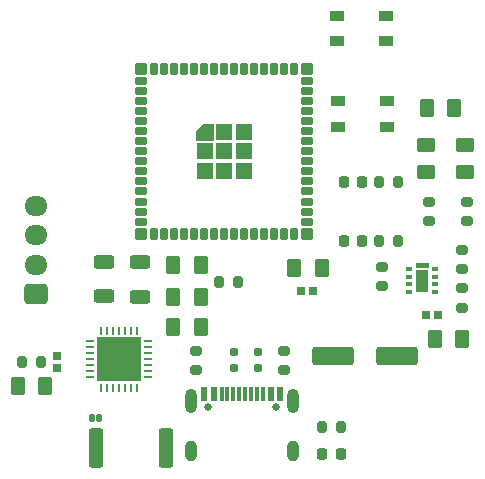
<source format=gts>
G04 #@! TF.GenerationSoftware,KiCad,Pcbnew,7.0.6*
G04 #@! TF.CreationDate,2025-03-25T12:27:29+01:00*
G04 #@! TF.ProjectId,Stepper ESP,53746570-7065-4722-9045-53502e6b6963,rev?*
G04 #@! TF.SameCoordinates,Original*
G04 #@! TF.FileFunction,Soldermask,Top*
G04 #@! TF.FilePolarity,Negative*
%FSLAX46Y46*%
G04 Gerber Fmt 4.6, Leading zero omitted, Abs format (unit mm)*
G04 Created by KiCad (PCBNEW 7.0.6) date 2025-03-25 12:27:29*
%MOMM*%
%LPD*%
G01*
G04 APERTURE LIST*
G04 Aperture macros list*
%AMRoundRect*
0 Rectangle with rounded corners*
0 $1 Rounding radius*
0 $2 $3 $4 $5 $6 $7 $8 $9 X,Y pos of 4 corners*
0 Add a 4 corners polygon primitive as box body*
4,1,4,$2,$3,$4,$5,$6,$7,$8,$9,$2,$3,0*
0 Add four circle primitives for the rounded corners*
1,1,$1+$1,$2,$3*
1,1,$1+$1,$4,$5*
1,1,$1+$1,$6,$7*
1,1,$1+$1,$8,$9*
0 Add four rect primitives between the rounded corners*
20,1,$1+$1,$2,$3,$4,$5,0*
20,1,$1+$1,$4,$5,$6,$7,0*
20,1,$1+$1,$6,$7,$8,$9,0*
20,1,$1+$1,$8,$9,$2,$3,0*%
G04 Aperture macros list end*
%ADD10C,0.010000*%
%ADD11R,0.625000X0.400000*%
%ADD12R,0.350000X0.275000*%
%ADD13R,1.100000X1.900000*%
%ADD14RoundRect,0.102000X-0.400000X-0.200000X0.400000X-0.200000X0.400000X0.200000X-0.400000X0.200000X0*%
%ADD15RoundRect,0.102000X-0.200000X-0.400000X0.200000X-0.400000X0.200000X0.400000X-0.200000X0.400000X0*%
%ADD16RoundRect,0.102000X-0.600000X-0.600000X0.600000X-0.600000X0.600000X0.600000X-0.600000X0.600000X0*%
%ADD17RoundRect,0.102000X-0.400000X-0.400000X0.400000X-0.400000X0.400000X0.400000X-0.400000X0.400000X0*%
%ADD18R,0.762000X0.254000*%
%ADD19R,0.254000X0.762000*%
%ADD20R,3.800000X3.800000*%
%ADD21RoundRect,0.102000X-0.525000X-0.325000X0.525000X-0.325000X0.525000X0.325000X-0.525000X0.325000X0*%
%ADD22RoundRect,0.200000X0.200000X0.275000X-0.200000X0.275000X-0.200000X-0.275000X0.200000X-0.275000X0*%
%ADD23RoundRect,0.200000X-0.200000X-0.275000X0.200000X-0.275000X0.200000X0.275000X-0.200000X0.275000X0*%
%ADD24RoundRect,0.200000X-0.275000X0.200000X-0.275000X-0.200000X0.275000X-0.200000X0.275000X0.200000X0*%
%ADD25RoundRect,0.250000X0.625000X-0.312500X0.625000X0.312500X-0.625000X0.312500X-0.625000X-0.312500X0*%
%ADD26RoundRect,0.200000X0.275000X-0.200000X0.275000X0.200000X-0.275000X0.200000X-0.275000X-0.200000X0*%
%ADD27RoundRect,0.250000X-0.362500X-1.425000X0.362500X-1.425000X0.362500X1.425000X-0.362500X1.425000X0*%
%ADD28C,0.650000*%
%ADD29R,0.600000X1.240000*%
%ADD30R,0.300000X1.240000*%
%ADD31O,1.000000X1.800000*%
%ADD32O,1.000000X2.100000*%
%ADD33RoundRect,0.218750X-0.218750X-0.256250X0.218750X-0.256250X0.218750X0.256250X-0.218750X0.256250X0*%
%ADD34RoundRect,0.102000X0.200000X-0.240000X0.200000X0.240000X-0.200000X0.240000X-0.200000X-0.240000X0*%
%ADD35RoundRect,0.102000X-0.450000X-0.650000X0.450000X-0.650000X0.450000X0.650000X-0.450000X0.650000X0*%
%ADD36RoundRect,0.102000X0.650000X-0.450000X0.650000X0.450000X-0.650000X0.450000X-0.650000X-0.450000X0*%
%ADD37RoundRect,0.102000X0.450000X0.650000X-0.450000X0.650000X-0.450000X-0.650000X0.450000X-0.650000X0*%
%ADD38RoundRect,0.102000X-0.250000X-0.250000X0.250000X-0.250000X0.250000X0.250000X-0.250000X0.250000X0*%
%ADD39RoundRect,0.102000X-0.190000X-0.200000X0.190000X-0.200000X0.190000X0.200000X-0.190000X0.200000X0*%
%ADD40RoundRect,0.102000X-0.250000X0.250000X-0.250000X-0.250000X0.250000X-0.250000X0.250000X0.250000X0*%
%ADD41RoundRect,0.250000X-1.500000X-0.550000X1.500000X-0.550000X1.500000X0.550000X-1.500000X0.550000X0*%
%ADD42RoundRect,0.250000X0.725000X-0.600000X0.725000X0.600000X-0.725000X0.600000X-0.725000X-0.600000X0*%
%ADD43O,1.950000X1.700000*%
G04 APERTURE END LIST*
G36*
X126250000Y-63737000D02*
G01*
X125100000Y-63737000D01*
X125100000Y-63337000D01*
X126250000Y-63337000D01*
X126250000Y-63737000D01*
G37*
D10*
X107950000Y-52950000D02*
X106550000Y-52950000D01*
X106550000Y-52200000D01*
X107200000Y-51550000D01*
X107950000Y-51550000D01*
X107950000Y-52950000D01*
G36*
X107950000Y-52950000D02*
G01*
X106550000Y-52950000D01*
X106550000Y-52200000D01*
X107200000Y-51550000D01*
X107950000Y-51550000D01*
X107950000Y-52950000D01*
G37*
D11*
X124562500Y-63862001D03*
X124562500Y-64511999D03*
X124562500Y-65162001D03*
X124562500Y-65811999D03*
X126787500Y-65811999D03*
X126787500Y-65162001D03*
X126787500Y-64511999D03*
X126787500Y-63862001D03*
D12*
X126000000Y-63500000D03*
X125350000Y-63500000D03*
D13*
X125675000Y-64837000D03*
D14*
X101900000Y-47950000D03*
X101900000Y-48800000D03*
X101900000Y-49650000D03*
X101900000Y-50500000D03*
X101900000Y-51350000D03*
X101900000Y-52200000D03*
X101900000Y-53050000D03*
X101900000Y-53900000D03*
X101900000Y-54750000D03*
X101900000Y-55600000D03*
X101900000Y-56450000D03*
X101900000Y-57300000D03*
X101900000Y-58150000D03*
X101900000Y-59000000D03*
X101900000Y-59850000D03*
D15*
X102950000Y-60900000D03*
X103800000Y-60900000D03*
X104650000Y-60900000D03*
X105500000Y-60900000D03*
X106350000Y-60900000D03*
X107200000Y-60900000D03*
X108050000Y-60900000D03*
X108900000Y-60900000D03*
X109750000Y-60900000D03*
X110600000Y-60900000D03*
X111450000Y-60900000D03*
X112300000Y-60900000D03*
X113150000Y-60900000D03*
X114000000Y-60900000D03*
X114850000Y-60900000D03*
D14*
X115900000Y-59850000D03*
X115900000Y-59000000D03*
X115900000Y-58150000D03*
X115900000Y-57300000D03*
X115900000Y-56450000D03*
X115900000Y-55600000D03*
X115900000Y-54750000D03*
X115900000Y-53900000D03*
X115900000Y-53050000D03*
X115900000Y-52200000D03*
X115900000Y-51350000D03*
X115900000Y-50500000D03*
X115900000Y-49650000D03*
X115900000Y-48800000D03*
X115900000Y-47950000D03*
D15*
X114850000Y-46900000D03*
X114000000Y-46900000D03*
X113150000Y-46900000D03*
X112300000Y-46900000D03*
X111450000Y-46900000D03*
X110600000Y-46900000D03*
X109750000Y-46900000D03*
X108900000Y-46900000D03*
X108050000Y-46900000D03*
X107200000Y-46900000D03*
X106350000Y-46900000D03*
X105500000Y-46900000D03*
X104650000Y-46900000D03*
X103800000Y-46900000D03*
X102950000Y-46900000D03*
D16*
X108900000Y-53900000D03*
X108900000Y-52250000D03*
X110550000Y-52250000D03*
X110550000Y-53900000D03*
X110550000Y-55550000D03*
X108900000Y-55550000D03*
X107250000Y-55550000D03*
X107250000Y-53900000D03*
D17*
X101900000Y-46900000D03*
X101900000Y-60900000D03*
X115900000Y-60900000D03*
X115900000Y-46900000D03*
D18*
X97574300Y-70000000D03*
X97574300Y-70499999D03*
X97574300Y-71000001D03*
X97574300Y-71500000D03*
X97574300Y-71999999D03*
X97574300Y-72500001D03*
X97574300Y-73000000D03*
D19*
X98500000Y-73925700D03*
X98999999Y-73925700D03*
X99500001Y-73925700D03*
X100000000Y-73925700D03*
X100499999Y-73925700D03*
X101000001Y-73925700D03*
X101500000Y-73925700D03*
D18*
X102425700Y-73000000D03*
X102425700Y-72500001D03*
X102425700Y-71999999D03*
X102425700Y-71500000D03*
X102425700Y-71000001D03*
X102425700Y-70499999D03*
X102425700Y-70000000D03*
D19*
X101500000Y-69074300D03*
X101000001Y-69074300D03*
X100499999Y-69074300D03*
X100000000Y-69074300D03*
X99500001Y-69074300D03*
X98999999Y-69074300D03*
X98500000Y-69074300D03*
D20*
X100000000Y-71500000D03*
D21*
X118500000Y-49675000D03*
X122650000Y-49675000D03*
X118500000Y-51825000D03*
X122650000Y-51825000D03*
X118425000Y-42425000D03*
X122575000Y-42425000D03*
X118425000Y-44575000D03*
X122575000Y-44575000D03*
D22*
X117175000Y-77250000D03*
X118825000Y-77250000D03*
D23*
X123635000Y-61500000D03*
X121985000Y-61500000D03*
X121985000Y-56500000D03*
X123635000Y-56500000D03*
D22*
X91775000Y-71750000D03*
X93425000Y-71750000D03*
D24*
X129500000Y-58175000D03*
X129500000Y-59825000D03*
X126250000Y-58175000D03*
X126250000Y-59825000D03*
D25*
X101790000Y-66212500D03*
X101790000Y-63287500D03*
X98750000Y-66175000D03*
X98750000Y-63250000D03*
D24*
X129037500Y-65486999D03*
X129037500Y-67136999D03*
X129037500Y-63886999D03*
X129037500Y-62236999D03*
D26*
X122250000Y-65325000D03*
X122250000Y-63675000D03*
D23*
X108425000Y-65000000D03*
X110075000Y-65000000D03*
D27*
X98037500Y-79000000D03*
X103962500Y-79000000D03*
D24*
X114000000Y-70765000D03*
X114000000Y-72415000D03*
X106500000Y-70765000D03*
X106500000Y-72415000D03*
D28*
X107540000Y-75570000D03*
X113320000Y-75570000D03*
D29*
X107230000Y-74450000D03*
X108030000Y-74450000D03*
D30*
X109180000Y-74450000D03*
X110180000Y-74450000D03*
X110680000Y-74450000D03*
X111680000Y-74450000D03*
D29*
X112830000Y-74450000D03*
X113630000Y-74450000D03*
X113630000Y-74450000D03*
X112830000Y-74450000D03*
D30*
X112180000Y-74450000D03*
X111180000Y-74450000D03*
X109680000Y-74450000D03*
X108680000Y-74450000D03*
D29*
X108030000Y-74450000D03*
X107230000Y-74450000D03*
D31*
X106110000Y-79250000D03*
D32*
X106110000Y-75050000D03*
X114750000Y-75050000D03*
D31*
X114750000Y-79250000D03*
D33*
X119022500Y-56500000D03*
X120597500Y-56500000D03*
X119022500Y-61500000D03*
X120597500Y-61500000D03*
X117175000Y-79500000D03*
X118750000Y-79500000D03*
D34*
X109750000Y-72250000D03*
X109750000Y-70930000D03*
X111750000Y-72250000D03*
X111750000Y-70930000D03*
D35*
X126100000Y-50250000D03*
X128400000Y-50250000D03*
D36*
X126000000Y-55650000D03*
X126000000Y-53350000D03*
D37*
X129050000Y-69750000D03*
X126750000Y-69750000D03*
D38*
X127000000Y-67750000D03*
X126000000Y-67750000D03*
X115400000Y-65750000D03*
X116400000Y-65750000D03*
D37*
X117150000Y-63750000D03*
X114850000Y-63750000D03*
D36*
X129250000Y-55650000D03*
X129250000Y-53350000D03*
D37*
X106900000Y-68750000D03*
X104600000Y-68750000D03*
D39*
X97719000Y-76500000D03*
X98281000Y-76500000D03*
D40*
X94750000Y-72250000D03*
X94750000Y-71250000D03*
D37*
X93750000Y-73750000D03*
X91450000Y-73750000D03*
D35*
X104600000Y-66250000D03*
X106900000Y-66250000D03*
X104600000Y-63500000D03*
X106900000Y-63500000D03*
D41*
X118100000Y-71250000D03*
X123500000Y-71250000D03*
D42*
X93000000Y-66000000D03*
D43*
X93000000Y-63500000D03*
X93000000Y-61000000D03*
X93000000Y-58500000D03*
M02*

</source>
